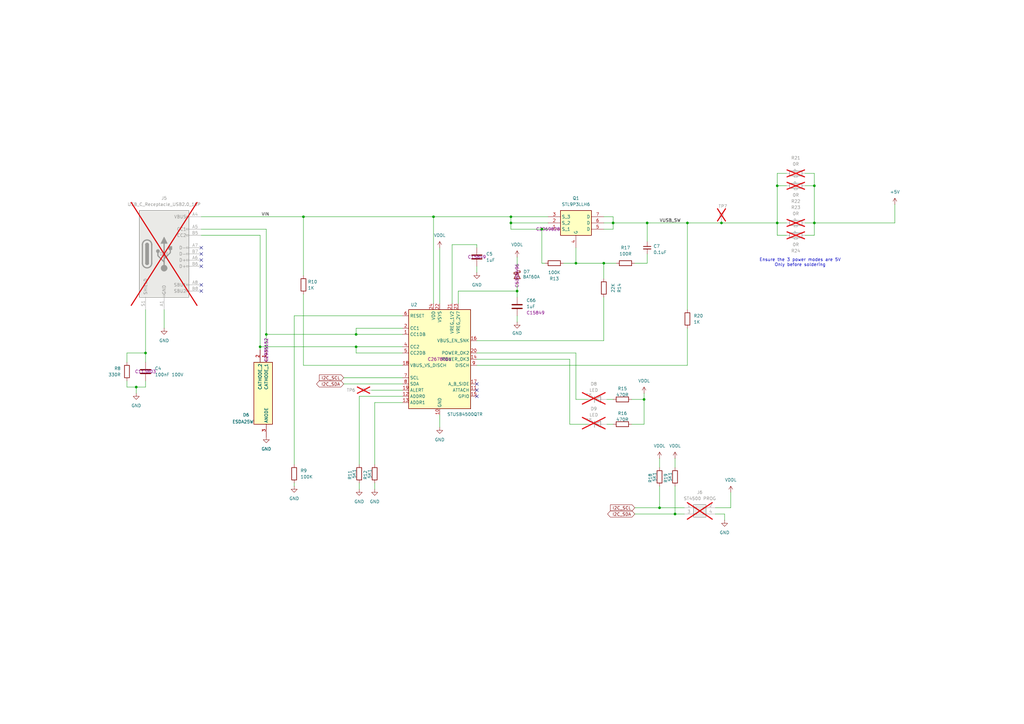
<source format=kicad_sch>
(kicad_sch (version 20250114) (generator "eeschema") (generator_version "9.0")
  (paper "A3")
  (lib_symbols
    (symbol "Connector:TestPoint" (pin_numbers (hide yes)) (pin_names (offset 0.762) (hide yes))
      (property "Reference" "TP" (at 0 6.858 0))
      (property "Value" "TestPoint" (at 0 5.08 0))
      (symbol "TestPoint_0_1"
        (circle (center 0 3.302) (radius 0.762))
      )
      (symbol "TestPoint_1_1"
        (pin passive line (at 0 0 90) (length 2.54) (name "1") (number "1"))
      )
    )
    (symbol "Connector:USB_C_Receptacle_USB2.0_16P" (pin_names (offset 1.016))
      (property "Reference" "J" (at 0 22.225 0))
      (property "Value" "USB_C_Receptacle_USB2.0_16P" (at 0 19.685 0))
      (symbol "USB_C_Receptacle_USB2.0_16P_0_0"
        (rectangle (start -0.254 -17.78) (end 0.254 -16.764))
        (rectangle (start 10.16 15.494) (end 9.144 14.986))
        (rectangle (start 10.16 10.414) (end 9.144 9.906))
        (rectangle (start 10.16 7.874) (end 9.144 7.366))
        (rectangle (start 10.16 2.794) (end 9.144 2.286))
        (rectangle (start 10.16 0.254) (end 9.144 -0.254))
        (rectangle (start 10.16 -2.286) (end 9.144 -2.794))
        (rectangle (start 10.16 -4.826) (end 9.144 -5.334))
        (rectangle (start 10.16 -12.446) (end 9.144 -12.954))
        (rectangle (start 10.16 -14.986) (end 9.144 -15.494))
      )
      (symbol "USB_C_Receptacle_USB2.0_16P_0_1"
        (rectangle (start -10.16 17.78) (end 10.16 -17.78) (stroke (width 0.254)) (fill (type background)))
        (polyline (pts (xy -8.89 -3.81) (xy -8.89 3.81)) (stroke (width 0.508)))
        (rectangle (start -7.62 -3.81) (end -6.35 3.81) (stroke (width 0.254)) (fill (type outline)))
        (arc (start -7.62 3.81) (mid -6.985 4.4423) (end -6.35 3.81) (stroke (width 0.254)))
        (arc (start -7.62 3.81) (mid -6.985 4.4423) (end -6.35 3.81) (stroke (width 0.254)) (fill (type outline)))
        (arc (start -8.89 3.81) (mid -6.985 5.7067) (end -5.08 3.81) (stroke (width 0.508)))
        (arc (start -5.08 -3.81) (mid -6.985 -5.7067) (end -8.89 -3.81) (stroke (width 0.508)))
        (arc (start -6.35 -3.81) (mid -6.985 -4.4423) (end -7.62 -3.81) (stroke (width 0.254)))
        (arc (start -6.35 -3.81) (mid -6.985 -4.4423) (end -7.62 -3.81) (stroke (width 0.254)) (fill (type outline)))
        (polyline (pts (xy -5.08 3.81) (xy -5.08 -3.81)) (stroke (width 0.508)))
        (circle (center -2.54 1.143) (radius 0.635) (stroke (width 0.254)) (fill (type outline)))
        (polyline (pts (xy -1.27 4.318) (xy 0 6.858) (xy 1.27 4.318) (xy -1.27 4.318)) (stroke (width 0.254)) (fill (type outline)))
        (polyline (pts (xy 0 -2.032) (xy 2.54 0.508) (xy 2.54 1.778)) (stroke (width 0.508)))
        (polyline (pts (xy 0 -3.302) (xy -2.54 -0.762) (xy -2.54 0.508)) (stroke (width 0.508)))
        (polyline (pts (xy 0 -5.842) (xy 0 4.318)) (stroke (width 0.508)))
        (circle (center 0 -5.842) (radius 1.27) (fill (type outline)))
        (rectangle (start 1.905 1.778) (end 3.175 3.048) (stroke (width 0.254)) (fill (type outline)))
      )
      (symbol "USB_C_Receptacle_USB2.0_16P_1_1"
        (pin passive line (at -7.62 -22.86 90) (length 5.08) (name "SHIELD") (number "S1"))
        (pin passive line (at 0 -22.86 90) (length 5.08) (name "GND") (number "A1"))
        (pin passive line (at 0 -22.86 90) (length 5.08) (hide yes) (name "GND") (number "A12"))
        (pin passive line (at 0 -22.86 90) (length 5.08) (hide yes) (name "GND") (number "B1"))
        (pin passive line (at 0 -22.86 90) (length 5.08) (hide yes) (name "GND") (number "B12"))
        (pin passive line (at 15.24 15.24 180) (length 5.08) (name "VBUS") (number "A4"))
        (pin passive line (at 15.24 15.24 180) (length 5.08) (hide yes) (name "VBUS") (number "A9"))
        (pin passive line (at 15.24 15.24 180) (length 5.08) (hide yes) (name "VBUS") (number "B4"))
        (pin passive line (at 15.24 15.24 180) (length 5.08) (hide yes) (name "VBUS") (number "B9"))
        (pin bidirectional line (at 15.24 10.16 180) (length 5.08) (name "CC1") (number "A5"))
        (pin bidirectional line (at 15.24 7.62 180) (length 5.08) (name "CC2") (number "B5"))
        (pin bidirectional line (at 15.24 2.54 180) (length 5.08) (name "D-") (number "A7"))
        (pin bidirectional line (at 15.24 0 180) (length 5.08) (name "D-") (number "B7"))
        (pin bidirectional line (at 15.24 -2.54 180) (length 5.08) (name "D+") (number "A6"))
        (pin bidirectional line (at 15.24 -5.08 180) (length 5.08) (name "D+") (number "B6"))
        (pin bidirectional line (at 15.24 -12.7 180) (length 5.08) (name "SBU1") (number "A8"))
        (pin bidirectional line (at 15.24 -15.24 180) (length 5.08) (name "SBU2") (number "B8"))
      )
    )
    (symbol "Connector_Generic:Conn_02x02_Odd_Even" (pin_names (offset 1.016) (hide yes))
      (property "Reference" "J" (at 1.27 2.54 0))
      (property "Value" "Conn_02x02_Odd_Even" (at 1.27 -5.08 0))
      (symbol "Conn_02x02_Odd_Even_1_1"
        (rectangle (start -1.27 1.27) (end 3.81 -3.81) (stroke (width 0.254)) (fill (type background)))
        (rectangle (start -1.27 0.127) (end 0 -0.127) (stroke (width 0.1524)))
        (rectangle (start -1.27 -2.413) (end 0 -2.667) (stroke (width 0.1524)))
        (rectangle (start 3.81 0.127) (end 2.54 -0.127) (stroke (width 0.1524)))
        (rectangle (start 3.81 -2.413) (end 2.54 -2.667) (stroke (width 0.1524)))
        (pin passive line (at -5.08 0 0) (length 3.81) (name "Pin_1") (number "1"))
        (pin passive line (at -5.08 -2.54 0) (length 3.81) (name "Pin_3") (number "3"))
        (pin passive line (at 7.62 0 180) (length 3.81) (name "Pin_2") (number "2"))
        (pin passive line (at 7.62 -2.54 180) (length 3.81) (name "Pin_4") (number "4"))
      )
    )
    (symbol "Device:C" (pin_numbers (hide yes)) (pin_names (offset 0.254))
      (property "Reference" "C" (at 0.635 2.54 0))
      (property "Value" "C" (at 0.635 -2.54 0))
      (symbol "C_0_1"
        (polyline (pts (xy -2.032 0.762) (xy 2.032 0.762)) (stroke (width 0.508)))
        (polyline (pts (xy -2.032 -0.762) (xy 2.032 -0.762)) (stroke (width 0.508)))
      )
      (symbol "C_1_1"
        (pin passive line (at 0 3.81 270) (length 2.794) (name "~") (number "1"))
        (pin passive line (at 0 -3.81 90) (length 2.794) (name "~") (number "2"))
      )
    )
    (symbol "Device:C_Small" (pin_numbers (hide yes)) (pin_names (offset 0.254) (hide yes))
      (property "Reference" "C" (at 0.254 1.778 0))
      (property "Value" "C_Small" (at 0.254 -2.032 0))
      (symbol "C_Small_0_1"
        (polyline (pts (xy -1.524 0.508) (xy 1.524 0.508)) (stroke (width 0.3048)))
        (polyline (pts (xy -1.524 -0.508) (xy 1.524 -0.508)) (stroke (width 0.3302)))
      )
      (symbol "C_Small_1_1"
        (pin passive line (at 0 2.54 270) (length 2.032) (name "~") (number "1"))
        (pin passive line (at 0 -2.54 90) (length 2.032) (name "~") (number "2"))
      )
    )
    (symbol "Device:LED" (pin_numbers (hide yes)) (pin_names (offset 1.016) (hide yes))
      (property "Reference" "D" (at 0 2.54 0))
      (property "Value" "LED" (at 0 -2.54 0))
      (symbol "LED_0_1"
        (polyline (pts (xy -3.048 -0.762) (xy -4.572 -2.286) (xy -3.81 -2.286) (xy -4.572 -2.286) (xy -4.572 -1.524)))
        (polyline (pts (xy -1.778 -0.762) (xy -3.302 -2.286) (xy -2.54 -2.286) (xy -3.302 -2.286) (xy -3.302 -1.524)))
        (polyline (pts (xy -1.27 0) (xy 1.27 0)))
        (polyline (pts (xy -1.27 -1.27) (xy -1.27 1.27)) (stroke (width 0.254)))
        (polyline (pts (xy 1.27 -1.27) (xy 1.27 1.27) (xy -1.27 0) (xy 1.27 -1.27)) (stroke (width 0.254)))
      )
      (symbol "LED_1_1"
        (pin passive line (at -3.81 0 0) (length 2.54) (name "K") (number "1"))
        (pin passive line (at 3.81 0 180) (length 2.54) (name "A") (number "2"))
      )
    )
    (symbol "Device:R" (pin_numbers (hide yes)) (pin_names (offset 0))
      (property "Reference" "R" (at 2.032 0 90))
      (property "Value" "R" (at 0 0 90))
      (symbol "R_0_1"
        (rectangle (start -1.016 -2.54) (end 1.016 2.54) (stroke (width 0.254)))
      )
      (symbol "R_1_1"
        (pin passive line (at 0 3.81 270) (length 1.27) (name "~") (number "1"))
        (pin passive line (at 0 -3.81 90) (length 1.27) (name "~") (number "2"))
      )
    )
    (symbol "Diode:BAT60A" (pin_numbers (hide yes)) (pin_names (offset 1.016) (hide yes))
      (property "Reference" "D" (at 0 2.54 0))
      (property "Value" "BAT60A" (at 0 -2.54 0))
      (symbol "BAT60A_0_1"
        (polyline (pts (xy -1.905 0.635) (xy -1.905 1.27) (xy -1.27 1.27) (xy -1.27 -1.27) (xy -0.635 -1.27) (xy -0.635 -0.635)) (stroke (width 0.254)))
        (polyline (pts (xy 1.27 1.27) (xy 1.27 -1.27) (xy -1.27 0) (xy 1.27 1.27)) (stroke (width 0.254)))
        (polyline (pts (xy 1.27 0) (xy -1.27 0)))
      )
      (symbol "BAT60A_1_1"
        (pin passive line (at -3.81 0 0) (length 2.54) (name "K") (number "1"))
        (pin passive line (at 3.81 0 180) (length 2.54) (name "A") (number "2"))
      )
    )
    (symbol "ESDA25W:ESDA25W"
      (property "Reference" "D" (at 31.75 7.62 0))
      (property "Value" "ESDA25W" (at 31.75 5.08 0))
      (symbol "ESDA25W_1_1"
        (rectangle (start 5.08 2.54) (end 30.48 -5.08) (stroke (width 0.254)) (fill (type background)))
        (pin passive line (at 0 0 0) (length 5.08) (name "CATHODE_1") (number "1"))
        (pin passive line (at 0 -2.54 0) (length 5.08) (name "CATHODE_2") (number "2"))
        (pin passive line (at 35.56 0 180) (length 5.08) (name "ANODE") (number "3"))
      )
    )
    (symbol "Interface_USB:STUSB4500QTR"
      (property "Reference" "U" (at -12.7 21.59 0))
      (property "Value" "STUSB4500QTR" (at 8.89 -21.59 0))
      (symbol "STUSB4500QTR_0_1"
        (rectangle (start -12.7 20.32) (end 12.7 -20.32) (stroke (width 0.254)) (fill (type background)))
      )
      (symbol "STUSB4500QTR_1_1"
        (pin input line (at -15.24 17.78 0) (length 2.54) (name "RESET") (number "6"))
        (pin bidirectional line (at -15.24 12.7 0) (length 2.54) (name "CC1") (number "2"))
        (pin bidirectional line (at -15.24 10.16 0) (length 2.54) (name "CC1DB") (number "1"))
        (pin bidirectional line (at -15.24 5.08 0) (length 2.54) (name "CC2") (number "4"))
        (pin bidirectional line (at -15.24 2.54 0) (length 2.54) (name "CC2DB") (number "5"))
        (pin input line (at -15.24 -2.54 0) (length 2.54) (name "VBUS_VS_DISCH") (number "18"))
        (pin input line (at -15.24 -7.62 0) (length 2.54) (name "SCL") (number "7"))
        (pin bidirectional line (at -15.24 -10.16 0) (length 2.54) (name "SDA") (number "8"))
        (pin open_collector line (at -15.24 -12.7 0) (length 2.54) (name "ALERT") (number "19"))
        (pin input line (at -15.24 -15.24 0) (length 2.54) (name "ADDR0") (number "12"))
        (pin input line (at -15.24 -17.78 0) (length 2.54) (name "ADDR1") (number "13"))
        (pin no_connect line (at -12.7 15.24 0) (length 2.54) (hide yes) (name "NC") (number "3"))
        (pin power_in line (at -2.54 22.86 270) (length 2.54) (name "VDD") (number "24"))
        (pin power_in line (at 0 22.86 270) (length 2.54) (name "VSYS") (number "22"))
        (pin power_in line (at 0 -22.86 90) (length 2.54) (name "GND") (number "10"))
        (pin passive line (at 0 -22.86 90) (length 2.54) (hide yes) (name "GND") (number "25"))
        (pin power_out line (at 5.08 22.86 270) (length 2.54) (name "VREG_1V2") (number "21"))
        (pin power_out line (at 7.62 22.86 270) (length 2.54) (name "VREG_2V7") (number "23"))
        (pin open_collector line (at 15.24 7.62 180) (length 2.54) (name "VBUS_EN_SNK") (number "16"))
        (pin open_collector line (at 15.24 2.54 180) (length 2.54) (name "POWER_OK2") (number "20"))
        (pin open_collector line (at 15.24 0 180) (length 2.54) (name "POWER_OK3") (number "14"))
        (pin bidirectional line (at 15.24 -2.54 180) (length 2.54) (name "DISCH") (number "9"))
        (pin open_collector line (at 15.24 -10.16 180) (length 2.54) (name "A_B_SIDE") (number "17"))
        (pin open_collector line (at 15.24 -12.7 180) (length 2.54) (name "ATTACH") (number "11"))
        (pin open_collector line (at 15.24 -15.24 180) (length 2.54) (name "GPIO") (number "15"))
      )
    )
    (symbol "STL9P3LLH6:STL9P3LLH6"
      (property "Reference" "Q" (at 19.05 7.62 0))
      (property "Value" "STL9P3LLH6" (at 19.05 5.08 0))
      (symbol "STL9P3LLH6_1_1"
        (rectangle (start 5.08 2.54) (end 17.78 -7.62) (stroke (width 0.254)) (fill (type background)))
        (pin passive line (at 0 0 0) (length 5.08) (name "S_1") (number "1"))
        (pin passive line (at 0 -2.54 0) (length 5.08) (name "S_2") (number "2"))
        (pin passive line (at 0 -5.08 0) (length 5.08) (name "S_3") (number "3"))
        (pin passive line (at 11.43 7.62 270) (length 5.08) (name "G") (number "4"))
        (pin passive line (at 22.86 0 180) (length 5.08) (name "D") (number "5"))
        (pin passive line (at 22.86 -2.54 180) (length 5.08) (name "D") (number "6"))
        (pin passive line (at 22.86 -5.08 180) (length 5.08) (name "D") (number "7"))
      )
    )
    (symbol "power:+5V" (power) (pin_numbers (hide yes)) (pin_names (offset 0) (hide yes))
      (property "Value" "+5V" (at 0 3.556 0))
      (symbol "+5V_0_1"
        (polyline (pts (xy -0.762 1.27) (xy 0 2.54)))
        (polyline (pts (xy 0 2.54) (xy 0.762 1.27)))
        (polyline (pts (xy 0 0) (xy 0 2.54)))
      )
      (symbol "+5V_1_1"
        (pin power_in line (at 0 0 90) (length 0) (name "~") (number "1"))
      )
    )
    (symbol "power:GND" (power) (pin_numbers (hide yes)) (pin_names (offset 0) (hide yes))
      (property "Value" "GND" (at 0 -3.81 0))
      (symbol "GND_0_1"
        (polyline (pts (xy 0 0) (xy 0 -1.27) (xy 1.27 -1.27) (xy 0 -2.54) (xy -1.27 -1.27) (xy 0 -1.27)))
      )
      (symbol "GND_1_1"
        (pin power_in line (at 0 0 270) (length 0) (name "~") (number "1"))
      )
    )
    (symbol "power:VDDF" (power) (pin_numbers (hide yes)) (pin_names (offset 0) (hide yes))
      (property "Value" "VDDF" (at 0 3.556 0))
      (symbol "VDDF_0_1"
        (polyline (pts (xy -0.762 1.27) (xy 0 2.54)))
        (polyline (pts (xy 0 2.54) (xy 0.762 1.27)))
        (polyline (pts (xy 0 0) (xy 0 2.54)))
      )
      (symbol "VDDF_1_1"
        (pin power_in line (at 0 0 90) (length 0) (name "~") (number "1"))
      )
    )
  )
  (text "Ensure the 3 power modes are 5V\nOnly before soldering" (at 328.168 107.696 0) (effects (font (size 1.27 1.27))))
  (junction (at 146.05 142.24))
  (junction (at 265.43 91.44))
  (junction (at 124.46 88.9))
  (junction (at 318.77 76.2))
  (junction (at 334.01 91.44))
  (junction (at 276.86 210.82))
  (junction (at 251.46 91.44))
  (junction (at 334.01 76.2))
  (junction (at 55.88 158.75))
  (junction (at 106.68 142.24))
  (junction (at 264.16 163.83))
  (junction (at 209.55 88.9))
  (junction (at 247.65 107.95))
  (junction (at 109.22 137.16))
  (junction (at 270.51 208.28))
  (junction (at 222.25 93.98))
  (junction (at 177.8 88.9))
  (junction (at 209.55 91.44))
  (junction (at 59.69 144.78))
  (junction (at 212.09 119.38))
  (junction (at 281.94 91.44))
  (junction (at 318.77 91.44))
  (junction (at 146.05 137.16))
  (junction (at 236.22 107.95))
  (junction (at 295.91 91.44))
  (no_connect (at 195.58 157.48))
  (no_connect (at 82.55 119.38))
  (no_connect (at 82.55 109.22))
  (no_connect (at 82.55 104.14))
  (no_connect (at 195.58 160.02))
  (no_connect (at 195.58 162.56))
  (no_connect (at 82.55 116.84))
  (no_connect (at 82.55 106.68))
  (no_connect (at 82.55 101.6))
  (wire (pts (xy 212.09 119.38) (xy 212.09 121.92)))
  (wire (pts (xy 153.67 198.12) (xy 153.67 200.66)))
  (wire (pts (xy 260.35 208.28) (xy 270.51 208.28)))
  (wire (pts (xy 140.97 154.94) (xy 165.1 154.94)))
  (wire (pts (xy 52.07 144.78) (xy 59.69 144.78)))
  (wire (pts (xy 299.72 208.28) (xy 299.72 201.93)))
  (wire (pts (xy 180.34 101.6) (xy 180.34 124.46)))
  (wire (pts (xy 247.65 107.95) (xy 252.73 107.95)))
  (wire (pts (xy 322.58 96.52) (xy 318.77 96.52)))
  (wire (pts (xy 251.46 163.83) (xy 248.92 163.83)))
  (wire (pts (xy 318.77 96.52) (xy 318.77 91.44)))
  (wire (pts (xy 120.65 129.54) (xy 120.65 190.5)))
  (wire (pts (xy 120.65 198.12) (xy 120.65 199.39)))
  (wire (pts (xy 153.67 165.1) (xy 153.67 190.5)))
  (wire (pts (xy 318.77 76.2) (xy 318.77 91.44)))
  (wire (pts (xy 330.2 76.2) (xy 334.01 76.2)))
  (wire (pts (xy 270.51 208.28) (xy 280.67 208.28)))
  (wire (pts (xy 59.69 158.75) (xy 59.69 156.21)))
  (wire (pts (xy 82.55 93.98) (xy 109.22 93.98)))
  (wire (pts (xy 195.58 144.78) (xy 236.22 144.78)))
  (wire (pts (xy 195.58 147.32) (xy 233.68 147.32)))
  (wire (pts (xy 106.68 142.24) (xy 106.68 96.52)))
  (wire (pts (xy 146.05 137.16) (xy 165.1 137.16)))
  (wire (pts (xy 233.68 173.99) (xy 241.3 173.99)))
  (wire (pts (xy 247.65 93.98) (xy 251.46 93.98)))
  (wire (pts (xy 293.37 210.82) (xy 297.18 210.82)))
  (wire (pts (xy 180.34 170.18) (xy 180.34 175.26)))
  (wire (pts (xy 330.2 96.52) (xy 334.01 96.52)))
  (wire (pts (xy 251.46 88.9) (xy 251.46 91.44)))
  (wire (pts (xy 251.46 173.99) (xy 248.92 173.99)))
  (wire (pts (xy 322.58 71.12) (xy 318.77 71.12)))
  (wire (pts (xy 109.22 93.98) (xy 109.22 137.16)))
  (wire (pts (xy 247.65 107.95) (xy 247.65 114.3)))
  (wire (pts (xy 224.79 91.44) (xy 209.55 91.44)))
  (wire (pts (xy 195.58 100.33) (xy 195.58 101.6)))
  (wire (pts (xy 222.25 107.95) (xy 222.25 93.98)))
  (wire (pts (xy 106.68 142.24) (xy 106.68 143.51)))
  (wire (pts (xy 259.08 163.83) (xy 264.16 163.83)))
  (wire (pts (xy 146.05 134.62) (xy 146.05 137.16)))
  (wire (pts (xy 124.46 88.9) (xy 124.46 113.03)))
  (wire (pts (xy 233.68 147.32) (xy 233.68 173.99)))
  (wire (pts (xy 259.08 173.99) (xy 264.16 173.99)))
  (wire (pts (xy 52.07 148.59) (xy 52.07 144.78)))
  (wire (pts (xy 276.86 187.96) (xy 276.86 191.77)))
  (wire (pts (xy 165.1 149.86) (xy 124.46 149.86)))
  (wire (pts (xy 295.91 91.44) (xy 318.77 91.44)))
  (wire (pts (xy 281.94 149.86) (xy 281.94 134.62)))
  (wire (pts (xy 152.4 160.02) (xy 165.1 160.02)))
  (wire (pts (xy 147.32 162.56) (xy 147.32 190.5)))
  (wire (pts (xy 177.8 88.9) (xy 177.8 124.46)))
  (wire (pts (xy 106.68 96.52) (xy 82.55 96.52)))
  (wire (pts (xy 330.2 91.44) (xy 334.01 91.44)))
  (wire (pts (xy 224.79 93.98) (xy 222.25 93.98)))
  (wire (pts (xy 106.68 142.24) (xy 146.05 142.24)))
  (wire (pts (xy 209.55 93.98) (xy 209.55 91.44)))
  (wire (pts (xy 251.46 93.98) (xy 251.46 91.44)))
  (wire (pts (xy 318.77 71.12) (xy 318.77 76.2)))
  (wire (pts (xy 334.01 96.52) (xy 334.01 91.44)))
  (wire (pts (xy 293.37 208.28) (xy 299.72 208.28)))
  (wire (pts (xy 270.51 187.96) (xy 270.51 191.77)))
  (wire (pts (xy 124.46 88.9) (xy 177.8 88.9)))
  (wire (pts (xy 209.55 91.44) (xy 209.55 88.9)))
  (wire (pts (xy 276.86 210.82) (xy 280.67 210.82)))
  (wire (pts (xy 165.1 144.78) (xy 146.05 144.78)))
  (wire (pts (xy 222.25 93.98) (xy 209.55 93.98)))
  (wire (pts (xy 270.51 199.39) (xy 270.51 208.28)))
  (wire (pts (xy 187.96 124.46) (xy 187.96 119.38)))
  (wire (pts (xy 195.58 139.7) (xy 247.65 139.7)))
  (wire (pts (xy 223.52 107.95) (xy 222.25 107.95)))
  (wire (pts (xy 260.35 210.82) (xy 276.86 210.82)))
  (wire (pts (xy 52.07 158.75) (xy 55.88 158.75)))
  (wire (pts (xy 264.16 163.83) (xy 264.16 161.29)))
  (wire (pts (xy 55.88 158.75) (xy 59.69 158.75)))
  (wire (pts (xy 146.05 142.24) (xy 165.1 142.24)))
  (wire (pts (xy 276.86 199.39) (xy 276.86 210.82)))
  (wire (pts (xy 195.58 109.22) (xy 195.58 111.76)))
  (wire (pts (xy 195.58 149.86) (xy 281.94 149.86)))
  (wire (pts (xy 212.09 105.41) (xy 212.09 109.22)))
  (wire (pts (xy 247.65 91.44) (xy 251.46 91.44)))
  (wire (pts (xy 334.01 91.44) (xy 367.03 91.44)))
  (wire (pts (xy 59.69 144.78) (xy 59.69 127)))
  (wire (pts (xy 124.46 149.86) (xy 124.46 120.65)))
  (wire (pts (xy 209.55 88.9) (xy 177.8 88.9)))
  (wire (pts (xy 212.09 129.54) (xy 212.09 132.08)))
  (wire (pts (xy 260.35 107.95) (xy 265.43 107.95)))
  (wire (pts (xy 247.65 121.92) (xy 247.65 139.7)))
  (wire (pts (xy 224.79 88.9) (xy 209.55 88.9)))
  (wire (pts (xy 82.55 88.9) (xy 124.46 88.9)))
  (wire (pts (xy 165.1 165.1) (xy 153.67 165.1)))
  (wire (pts (xy 52.07 156.21) (xy 52.07 158.75)))
  (wire (pts (xy 265.43 91.44) (xy 265.43 99.06)))
  (wire (pts (xy 236.22 101.6) (xy 236.22 107.95)))
  (wire (pts (xy 367.03 91.44) (xy 367.03 83.82)))
  (wire (pts (xy 109.22 137.16) (xy 146.05 137.16)))
  (wire (pts (xy 251.46 91.44) (xy 265.43 91.44)))
  (wire (pts (xy 109.22 137.16) (xy 109.22 143.51)))
  (wire (pts (xy 236.22 163.83) (xy 241.3 163.83)))
  (wire (pts (xy 247.65 88.9) (xy 251.46 88.9)))
  (wire (pts (xy 281.94 91.44) (xy 295.91 91.44)))
  (wire (pts (xy 59.69 148.59) (xy 59.69 144.78)))
  (wire (pts (xy 334.01 76.2) (xy 334.01 91.44)))
  (wire (pts (xy 185.42 100.33) (xy 195.58 100.33)))
  (wire (pts (xy 55.88 158.75) (xy 55.88 161.29)))
  (wire (pts (xy 146.05 144.78) (xy 146.05 142.24)))
  (wire (pts (xy 231.14 107.95) (xy 236.22 107.95)))
  (wire (pts (xy 330.2 71.12) (xy 334.01 71.12)))
  (wire (pts (xy 318.77 91.44) (xy 322.58 91.44)))
  (wire (pts (xy 281.94 91.44) (xy 281.94 127)))
  (wire (pts (xy 120.65 129.54) (xy 165.1 129.54)))
  (wire (pts (xy 67.31 127) (xy 67.31 134.62)))
  (wire (pts (xy 147.32 198.12) (xy 147.32 200.66)))
  (wire (pts (xy 236.22 107.95) (xy 247.65 107.95)))
  (wire (pts (xy 334.01 71.12) (xy 334.01 76.2)))
  (wire (pts (xy 185.42 124.46) (xy 185.42 100.33)))
  (wire (pts (xy 140.97 157.48) (xy 165.1 157.48)))
  (wire (pts (xy 265.43 107.95) (xy 265.43 104.14)))
  (wire (pts (xy 322.58 76.2) (xy 318.77 76.2)))
  (wire (pts (xy 297.18 210.82) (xy 297.18 213.36)))
  (wire (pts (xy 187.96 119.38) (xy 212.09 119.38)))
  (wire (pts (xy 236.22 144.78) (xy 236.22 163.83)))
  (wire (pts (xy 264.16 173.99) (xy 264.16 163.83)))
  (wire (pts (xy 147.32 162.56) (xy 165.1 162.56)))
  (wire (pts (xy 165.1 134.62) (xy 146.05 134.62)))
  (wire (pts (xy 212.09 116.84) (xy 212.09 119.38)))
  (wire (pts (xy 265.43 91.44) (xy 281.94 91.44)))
  (label "VIN" (at 110.49 88.9 180))
  (label "VUSB_SW" (at 270.51 91.44 0))
  (global_label "I2C_SCL" (shape input) (at 140.97 154.94 180) (property "Intersheetrefs" "${INTERSHEET_REFS}" (effects (hide yes))))
  (global_label "I2C_SDA" (shape bidirectional) (at 260.35 210.82 180) (property "Intersheetrefs" "${INTERSHEET_REFS}" (effects (hide yes))))
  (global_label "I2C_SCL" (shape input) (at 260.35 208.28 180) (property "Intersheetrefs" "${INTERSHEET_REFS}" (effects (hide yes))))
  (global_label "I2C_SDA" (shape bidirectional) (at 140.97 157.48 180) (property "Intersheetrefs" "${INTERSHEET_REFS}" (effects (hide yes))))
  (symbol (lib_id "Device:C_Small") (at 265.43 101.6 0) (unit 1)
    (property "Reference" "C7" (at 267.97 100.9713 0) (effects (justify left)))
    (property "Value" "0.1uF" (at 267.97 103.5113 0) (effects (justify left)))
    (property "Footprint" "Capacitor_SMD:C_0603_1608Metric" (effects (hide yes)))
    (property "LCSC" "C14663" (effects (hide yes)))
  )
  (symbol (lib_id "power:GND") (at 297.18 213.36 0) (unit 1)
    (property "Reference" "#PWR040" (effects (hide yes)))
    (property "Value" "GND" (at 297.18 218.44 0))
    (property "Description" "Power symbol creates a global label with name \"GND\" , ground" (effects (hide yes)))
  )
  (symbol (lib_id "power:VDDF") (at 276.86 187.96 0) (unit 1)
    (property "Reference" "#PWR039" (effects (hide yes)))
    (property "Value" "VDDL" (at 276.86 182.88 0))
    (property "Description" "Power symbol creates a global label with name \"VDDF\"" (effects (hide yes)))
  )
  (symbol (lib_id "power:GND") (at 109.22 179.07 0) (mirror y) (unit 1)
    (property "Reference" "#PWR028" (effects (hide yes)))
    (property "Value" "GND" (at 109.22 184.15 0))
    (property "Description" "Power symbol creates a global label with name \"GND\" , ground" (effects (hide yes)))
  )
  (symbol (lib_id "power:GND") (at 147.32 200.66 0) (mirror y) (unit 1)
    (property "Reference" "#PWR030" (effects (hide yes)))
    (property "Value" "GND" (at 147.32 205.74 0))
    (property "Description" "Power symbol creates a global label with name \"GND\" , ground" (effects (hide yes)))
  )
  (symbol (lib_id "power:VDDF") (at 270.51 187.96 0) (unit 1)
    (property "Reference" "#PWR038" (effects (hide yes)))
    (property "Value" "VDDL" (at 270.51 182.88 0))
    (property "Description" "Power symbol creates a global label with name \"VDDF\"" (effects (hide yes)))
  )
  (symbol (lib_id "power:+5V") (at 367.03 83.82 0) (unit 1)
    (property "Reference" "#PWR042" (effects (hide yes)))
    (property "Value" "+5V" (at 367.03 78.74 0))
    (property "Description" "Power symbol creates a global label with name \"+5V\"" (effects (hide yes)))
  )
  (symbol (lib_id "Device:LED") (at 245.11 173.99 0) (mirror x) (unit 1) (dnp yes)
    (property "Reference" "D9" (at 243.5225 167.64 0))
    (property "Value" "LED" (at 243.5225 170.18 0))
    (property "Footprint" "LTL-4221NHBP:LTL4221NHBP" (effects (hide yes)))
    (property "LCSC" "DNF" (effects (hide yes)))
  )
  (symbol (lib_id "Device:R") (at 255.27 173.99 90) (unit 1)
    (property "Reference" "R16" (at 255.27 169.545 90))
    (property "Value" "470R" (at 255.27 172.085 90))
    (property "Footprint" "Resistor_SMD:R_0603_1608Metric_Pad0.98x0.95mm_HandSolder" (effects (hide yes)))
  )
  (symbol (lib_id "power:GND") (at 67.31 134.62 0) (unit 1)
    (property "Reference" "#PWR027" (effects (hide yes)))
    (property "Value" "GND" (at 67.31 139.7 0))
    (property "Description" "Power symbol creates a global label with name \"GND\" , ground" (effects (hide yes)))
  )
  (symbol (lib_id "Device:R") (at 255.27 163.83 90) (unit 1)
    (property "Reference" "R15" (at 255.27 159.385 90))
    (property "Value" "470R" (at 255.27 161.925 90))
    (property "Footprint" "Resistor_SMD:R_0603_1608Metric_Pad0.98x0.95mm_HandSolder" (effects (hide yes)))
  )
  (symbol (lib_id "Device:R") (at 276.86 195.58 180) (unit 1)
    (property "Reference" "R19" (at 273.05 196.088 90))
    (property "Value" "5K1" (at 274.828 195.58 90))
    (property "Footprint" "Resistor_SMD:R_0402_1005Metric" (effects (hide yes)))
    (property "Description" "Resistor" (effects (hide yes)))
  )
  (symbol (lib_id "Device:R") (at 326.39 76.2 270) (mirror x) (unit 1) (dnp yes)
    (property "Reference" "R22" (at 326.39 82.55 90))
    (property "Value" "0R" (at 326.39 80.01 90))
    (property "Footprint" "Resistor_SMD:R_0603_1608Metric" (effects (hide yes)))
    (property "Description" "Resistor" (effects (hide yes)))
    (property "LCSC" "DNP" (at 326.39 76.2 0))
  )
  (symbol (lib_id "Device:R") (at 227.33 107.95 90) (unit 1)
    (property "Reference" "R13" (at 227.33 114.3 90))
    (property "Value" "100K" (at 227.33 111.76 90))
    (property "Footprint" "Resistor_SMD:R_0402_1005Metric" (effects (hide yes)))
    (property "Description" "Resistor" (effects (hide yes)))
  )
  (symbol (lib_id "STL9P3LLH6:STL9P3LLH6") (at 224.79 93.98 0) (mirror x) (unit 1)
    (property "Reference" "Q1" (at 236.22 81.28 0))
    (property "Value" "STL9P3LLH6" (at 236.22 83.82 0))
    (property "Footprint" "STL9P3LLH6:STL20N6F7" (effects (hide yes)))
    (property "Datasheet" "https://www.st.com/resource/en/datasheet/stl9p3llh6.pdf" (effects (hide yes)))
    (property "Description" "MOSFET P-channel -30 V, 12 mOhm typ., -9 A STripFET H6 Power MOSFET in a PowerFLAT 3.3 x 3.3 package" (effects (hide yes)))
    (property "Manufacturer_Name" "STMicroelectronics" (effects (hide yes)))
    (property "Manufacturer_Part_Number" "STL9P3LLH6" (effects (hide yes)))
    (property "Mouser Part Number" "511-STL9P3LLH6" (effects (hide yes)))
    (property "Mouser Price/Stock" "https://www.mouser.co.uk/ProductDetail/STMicroelectronics/STL9P3LLH6?qs=mKNKSX85ZJeHtH1e81LEbQ%3D%3D" (effects (hide yes)))
    (property "Arrow Part Number" "STL9P3LLH6" (effects (hide yes)))
    (property "Arrow Price/Stock" "https://www.arrow.com/en/products/stl9p3llh6/stmicroelectronics?region=europe" (effects (hide yes)))
    (property "LCSC" "C2969828" (at 224.79 93.98 0))
  )
  (symbol (lib_id "Device:R") (at 281.94 130.81 180) (unit 1)
    (property "Reference" "R20" (at 284.48 129.5399 0) (effects (justify right)))
    (property "Value" "1K" (at 284.48 132.0799 0) (effects (justify right)))
    (property "Footprint" "Resistor_SMD:R_0402_1005Metric" (effects (hide yes)))
    (property "Description" "Resistor" (effects (hide yes)))
  )
  (symbol (lib_id "Device:R") (at 270.51 195.58 180) (unit 1)
    (property "Reference" "R18" (at 266.7 196.088 90))
    (property "Value" "5K1" (at 268.478 195.58 90))
    (property "Footprint" "Resistor_SMD:R_0402_1005Metric" (effects (hide yes)))
    (property "Description" "Resistor" (effects (hide yes)))
  )
  (symbol (lib_id "Connector:TestPoint") (at 152.4 160.02 90) (unit 1) (dnp yes)
    (property "Reference" "TP6" (at 145.796 160.02 90) (effects (justify left)))
    (property "Value" "TestPoint" (effects (hide yes)))
    (property "Footprint" "TestPoint:TestPoint_Loop_D1.80mm_Drill1.0mm_Beaded" (effects (hide yes)))
    (property "Description" "test point" (effects (hide yes)))
    (property "LCSC" "DNP" (effects (hide yes)))
  )
  (symbol (lib_id "power:VDDF") (at 180.34 101.6 0) (unit 1)
    (property "Reference" "#PWR032" (effects (hide yes)))
    (property "Value" "VDDL" (at 180.34 96.52 0))
    (property "Description" "Power symbol creates a global label with name \"VDDF\"" (effects (hide yes)))
  )
  (symbol (lib_id "Device:R") (at 147.32 194.31 180) (unit 1)
    (property "Reference" "R11" (at 143.51 194.818 90))
    (property "Value" "5K1" (at 145.288 194.31 90))
    (property "Footprint" "Resistor_SMD:R_0402_1005Metric" (effects (hide yes)))
    (property "Description" "Resistor" (effects (hide yes)))
  )
  (symbol (lib_id "Device:C") (at 195.58 105.41 0) (unit 1)
    (property "Reference" "C5" (at 199.39 104.1399 0) (effects (justify left)))
    (property "Value" "1uF" (at 199.39 106.6799 0) (effects (justify left)))
    (property "Footprint" "Capacitor_SMD:C_0603_1608Metric" (effects (hide yes)))
    (property "Description" "Unpolarized capacitor" (effects (hide yes)))
    (property "LCSC" "C15849" (at 195.58 105.41 0))
  )
  (symbol (lib_id "Device:C") (at 212.09 125.73 0) (unit 1)
    (property "Reference" "C66" (at 215.9 123.1899 0) (effects (justify left)))
    (property "Value" "1uF" (at 215.9 125.7299 0) (effects (justify left)))
    (property "Footprint" "Capacitor_SMD:C_0603_1608Metric" (effects (hide yes)))
    (property "Description" "Unpolarized capacitor" (effects (hide yes)))
    (property "LCSC" "C15849" (at 215.9 128.2699 0) (effects (justify left)))
  )
  (symbol (lib_id "power:GND") (at 212.09 132.08 0) (unit 1)
    (property "Reference" "#PWR036" (effects (hide yes)))
    (property "Value" "GND" (at 212.09 136.652 0))
    (property "Description" "Power symbol creates a global label with name \"GND\" , ground" (effects (hide yes)))
  )
  (symbol (lib_id "Device:R") (at 326.39 96.52 270) (mirror x) (unit 1) (dnp yes)
    (property "Reference" "R24" (at 326.39 102.87 90))
    (property "Value" "0R" (at 326.39 100.33 90))
    (property "Footprint" "Resistor_SMD:R_0603_1608Metric" (effects (hide yes)))
    (property "Description" "Resistor" (effects (hide yes)))
    (property "LCSC" "DNP" (at 326.39 96.52 0))
  )
  (symbol (lib_id "Device:R") (at 120.65 194.31 180) (unit 1)
    (property "Reference" "R9" (at 123.19 193.0399 0) (effects (justify right)))
    (property "Value" "100K" (at 123.19 195.5799 0) (effects (justify right)))
    (property "Footprint" "Resistor_SMD:R_0402_1005Metric" (effects (hide yes)))
    (property "Description" "Resistor" (effects (hide yes)))
  )
  (symbol (lib_id "Device:R") (at 52.07 152.4 0) (mirror x) (unit 1)
    (property "Reference" "R8" (at 49.53 151.1299 0) (effects (justify right)))
    (property "Value" "330R" (at 49.53 153.6699 0) (effects (justify right)))
    (property "Footprint" "Resistor_SMD:R_0402_1005Metric" (effects (hide yes)))
    (property "Description" "Resistor" (effects (hide yes)))
  )
  (symbol (lib_id "Device:R") (at 153.67 194.31 180) (unit 1)
    (property "Reference" "R12" (at 149.86 194.818 90))
    (property "Value" "5K1" (at 151.638 194.31 90))
    (property "Footprint" "Resistor_SMD:R_0402_1005Metric" (effects (hide yes)))
    (property "Description" "Resistor" (effects (hide yes)))
  )
  (symbol (lib_id "power:GND") (at 195.58 111.76 0) (unit 1)
    (property "Reference" "#PWR034" (effects (hide yes)))
    (property "Value" "GND" (at 195.58 116.84 0))
    (property "Description" "Power symbol creates a global label with name \"GND\" , ground" (effects (hide yes)))
  )
  (symbol (lib_id "ESDA25W:ESDA25W") (at 109.22 143.51 270) (unit 1)
    (property "Reference" "D6" (at 99.568 170.18 90) (effects (justify left)))
    (property "Value" "ESDA25W" (at 95.25 172.974 90) (effects (justify left)))
    (property "Footprint" "ESDA25W:SOT65P210X110-3N" (effects (hide yes)))
    (property "Datasheet" "https://www.st.com/resource/en/datasheet/esdaxxxwx.pdf" (effects (hide yes)))
    (property "Description" "STMicroelectronics ESDA25W Dual Uni-Directional TVS Diode Array, 400W peak, 3-Pin SOT-323" (effects (hide yes)))
    (property "Height" "1.1" (effects (hide yes)))
    (property "Mouser Part Number" "511-ESDA25W" (effects (hide yes)))
    (property "Mouser Price/Stock" "https://www.mouser.co.uk/ProductDetail/STMicroelectronics/ESDA25W?qs=f9uBznyCLhbO4Du0O%2FZtlA%3D%3D" (effects (hide yes)))
    (property "Manufacturer_Name" "STMicroelectronics" (effects (hide yes)))
    (property "Manufacturer_Part_Number" "ESDA25W" (effects (hide yes)))
    (property "LCSC" "C2935152" (at 109.22 143.51 0))
  )
  (symbol (lib_id "Device:R") (at 247.65 118.11 0) (mirror y) (unit 1)
    (property "Reference" "R14" (at 254 118.11 90))
    (property "Value" "22K" (at 251.46 118.11 90))
    (property "Footprint" "Resistor_SMD:R_0402_1005Metric" (effects (hide yes)))
    (property "Description" "Resistor" (effects (hide yes)))
  )
  (symbol (lib_id "Device:C") (at 59.69 152.4 0) (unit 1)
    (property "Reference" "C4" (at 63.5 151.1299 0) (effects (justify left)))
    (property "Value" "100nF 100V" (at 63.5 153.6699 0) (effects (justify left)))
    (property "Footprint" "Capacitor_SMD:C_0603_1608Metric" (effects (hide yes)))
    (property "Description" "Unpolarized capacitor" (effects (hide yes)))
    (property "LCSC" "C113803" (at 59.69 152.4 0))
  )
  (symbol (lib_id "Device:R") (at 256.54 107.95 270) (unit 1)
    (property "Reference" "R17" (at 256.54 101.6 90))
    (property "Value" "100R" (at 256.54 104.14 90))
    (property "Footprint" "Resistor_SMD:R_0402_1005Metric" (effects (hide yes)))
    (property "Description" "Resistor" (effects (hide yes)))
  )
  (symbol (lib_id "Connector_Generic:Conn_02x02_Odd_Even") (at 285.75 208.28 0) (unit 1) (dnp yes)
    (property "Reference" "J6" (at 287.02 201.93 0))
    (property "Value" "ST4500 PROG" (at 287.02 204.47 0))
    (property "Footprint" "Connector_PinHeader_2.54mm:PinHeader_2x02_P2.54mm_Horizontal" (effects (hide yes)))
    (property "Description" "Generic connector, double row, 02x02, odd/even pin numbering scheme (row 1 odd numbers, row 2 even numbers), script generated (kicad-library-utils/schlib/autogen/connector/)" (effects (hide yes)))
    (property "LCSC" "DNF" (effects (hide yes)))
  )
  (symbol (lib_id "Device:R") (at 124.46 116.84 180) (unit 1)
    (property "Reference" "R10" (at 126.238 115.57 0) (effects (justify right)))
    (property "Value" "1K" (at 126.238 118.11 0) (effects (justify right)))
    (property "Footprint" "Resistor_SMD:R_0402_1005Metric" (effects (hide yes)))
    (property "Description" "Resistor" (effects (hide yes)))
  )
  (symbol (lib_id "power:GND") (at 120.65 199.39 0) (unit 1)
    (property "Reference" "#PWR029" (effects (hide yes)))
    (property "Value" "GND" (at 120.65 204.47 0))
    (property "Description" "Power symbol creates a global label with name \"GND\" , ground" (effects (hide yes)))
  )
  (symbol (lib_id "power:VDDF") (at 212.09 105.41 0) (unit 1)
    (property "Reference" "#PWR035" (effects (hide yes)))
    (property "Value" "VDDL" (at 212.09 100.33 0))
    (property "Description" "Power symbol creates a global label with name \"VDDF\"" (effects (hide yes)))
  )
  (symbol (lib_id "power:GND") (at 153.67 200.66 0) (mirror y) (unit 1)
    (property "Reference" "#PWR031" (effects (hide yes)))
    (property "Value" "GND" (at 153.67 205.74 0))
    (property "Description" "Power symbol creates a global label with name \"GND\" , ground" (effects (hide yes)))
  )
  (symbol (lib_id "power:GND") (at 55.88 161.29 0) (unit 1)
    (property "Reference" "#PWR026" (effects (hide yes)))
    (property "Value" "GND" (at 55.88 166.37 0))
    (property "Description" "Power symbol creates a global label with name \"GND\" , ground" (effects (hide yes)))
  )
  (symbol (lib_id "power:VDDF") (at 264.16 161.29 0) (unit 1)
    (property "Reference" "#PWR037" (effects (hide yes)))
    (property "Value" "VDDL" (at 264.16 156.21 0))
    (property "Description" "Power symbol creates a global label with name \"VDDF\"" (effects (hide yes)))
  )
  (symbol (lib_id "Connector:TestPoint") (at 295.91 91.44 0) (unit 1) (dnp yes)
    (property "Reference" "TP7" (at 294.64 84.582 0) (effects (justify left)))
    (property "Value" "TestPoint" (effects (hide yes)))
    (property "Footprint" "TestPoint:TestPoint_Loop_D1.80mm_Drill1.0mm_Beaded" (effects (hide yes)))
    (property "Description" "test point" (effects (hide yes)))
    (property "LCSC" "DNP" (effects (hide yes)))
  )
  (symbol (lib_id "Device:LED") (at 245.11 163.83 0) (mirror x) (unit 1) (dnp yes)
    (property "Reference" "D8" (at 243.5225 157.48 0))
    (property "Value" "LED" (at 243.5225 160.02 0))
    (property "Footprint" "LTL-4221NHBP:LTL4221NHBP" (effects (hide yes)))
    (property "LCSC" "DNF" (effects (hide yes)))
  )
  (symbol (lib_id "Device:R") (at 326.39 91.44 90) (unit 1) (dnp yes)
    (property "Reference" "R23" (at 326.39 85.09 90))
    (property "Value" "0R" (at 326.39 87.63 90))
    (property "Footprint" "Resistor_SMD:R_0603_1608Metric" (effects (hide yes)))
    (property "Description" "Resistor" (effects (hide yes)))
    (property "LCSC" "DNP" (at 326.39 91.44 0))
  )
  (symbol (lib_id "Connector:USB_C_Receptacle_USB2.0_16P") (at 67.31 104.14 0) (unit 1) (dnp yes)
    (property "Reference" "J5" (at 67.31 81.28 0))
    (property "Value" "USB_C_Receptacle_USB2.0_16P" (at 67.31 83.82 0))
    (property "Footprint" "Connector_USB:USB_C_Receptacle_HCTL_HC-TYPE-C-16P-01A" (effects (hide yes)))
    (property "Datasheet" "https://www.usb.org/sites/default/files/documents/usb_type-c.zip" (effects (hide yes)))
    (property "Description" "USB 2.0-only 16P Type-C Receptacle connector" (effects (hide yes)))
    (property "LCSC" "DNF" (at 67.31 104.14 0))
  )
  (symbol (lib_id "power:GND") (at 180.34 175.26 0) (unit 1)
    (property "Reference" "#PWR033" (effects (hide yes)))
    (property "Value" "GND" (at 180.34 180.34 0))
    (property "Description" "Power symbol creates a global label with name \"GND\" , ground" (effects (hide yes)))
  )
  (symbol (lib_id "power:VDDF") (at 299.72 201.93 0) (unit 1)
    (property "Reference" "#PWR041" (effects (hide yes)))
    (property "Value" "VDDL" (at 299.72 196.85 0))
    (property "Description" "Power symbol creates a global label with name \"VDDF\"" (effects (hide yes)))
  )
  (symbol (lib_id "Diode:BAT60A") (at 212.09 113.03 270) (unit 1)
    (property "Reference" "D7" (at 214.63 111.4424 90) (effects (justify left)))
    (property "Value" "BAT60A" (at 214.376 113.538 90) (effects (justify left)))
    (property "Footprint" "Diode_SMD:D_SOD-323" (effects (hide yes)))
    (property "Datasheet" "https://www.infineon.com/dgdl/Infineon-BAT60ASERIES-DS-v01_01-en.pdf?fileId=db3a304313d846880113def70c9304a9" (effects (hide yes)))
    (property "Description" "10V 3A High Current Recitifier Schottky Diode, SOD-323" (effects (hide yes)))
    (property "LCSC" "C5355496" (at 212.09 113.03 0))
  )
  (symbol (lib_id "Device:R") (at 326.39 71.12 90) (unit 1) (dnp yes)
    (property "Reference" "R21" (at 326.39 64.77 90))
    (property "Value" "0R" (at 326.39 67.31 90))
    (property "Footprint" "Resistor_SMD:R_0603_1608Metric" (effects (hide yes)))
    (property "Description" "Resistor" (effects (hide yes)))
    (property "LCSC" "DNP" (at 326.39 71.12 0))
  )
  (symbol (lib_id "Interface_USB:STUSB4500QTR") (at 180.34 147.32 0) (unit 1)
    (property "Reference" "U2" (at 168.402 124.968 0) (effects (justify left)))
    (property "Value" "STUSB4500QTR" (at 183.388 169.926 0) (effects (justify left)))
    (property "Footprint" "Package_DFN_QFN:QFN-24-1EP_4x4mm_P0.5mm_EP2.7x2.7mm" (effects (hide yes)))
    (property "Datasheet" "https://www.st.com/resource/en/datasheet/stusb4500.pdf" (effects (hide yes)))
    (property "Description" "Stand-alone USB PD controller (with sink Auto-run mode), QFN-24" (effects (hide yes)))
    (property "LCSC" "C2678061" (at 180.34 147.32 0))
  )
)
</source>
